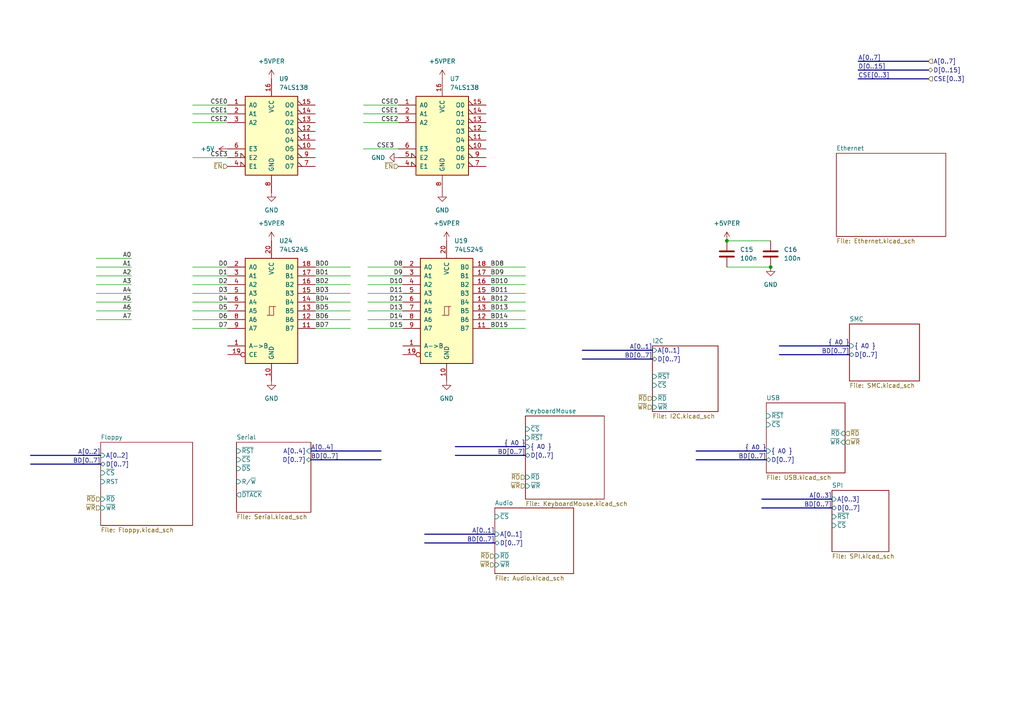
<source format=kicad_sch>
(kicad_sch (version 20230121) (generator eeschema)
  (paper "A4")
  (lib_symbols
    (symbol "74xx:74LS138" (pin_names (offset 1.016))
      (property "Reference" "U" (at -7.62 11.43 0))
      (property "Value" "74LS138" (at -7.62 -13.97 0))
      (symbol "74LS138_1_0"
        (pin input line (at -12.7 7.62 0) (length 5.08) (name "A0") (number "1"))
        (pin output output_low (at 12.7 -5.08 180) (length 5.08) (name "O5") (number "10"))
        (pin output output_low (at 12.7 -2.54 180) (length 5.08) (name "O4") (number "11"))
        (pin output output_low (at 12.7 0 180) (length 5.08) (name "O3") (number "12"))
        (pin output output_low (at 12.7 2.54 180) (length 5.08) (name "O2") (number "13"))
        (pin output output_low (at 12.7 5.08 180) (length 5.08) (name "O1") (number "14"))
        (pin output output_low (at 12.7 7.62 180) (length 5.08) (name "O0") (number "15"))
        (pin power_in line (at 0 15.24 270) (length 5.08) (name "VCC") (number "16"))
        (pin input line (at -12.7 5.08 0) (length 5.08) (name "A1") (number "2"))
        (pin input line (at -12.7 2.54 0) (length 5.08) (name "A2") (number "3"))
        (pin input input_low (at -12.7 -10.16 0) (length 5.08) (name "E1") (number "4"))
        (pin input input_low (at -12.7 -7.62 0) (length 5.08) (name "E2") (number "5"))
        (pin input line (at -12.7 -5.08 0) (length 5.08) (name "E3") (number "6"))
        (pin output output_low (at 12.7 -10.16 180) (length 5.08) (name "O7") (number "7"))
        (pin power_in line (at 0 -17.78 90) (length 5.08) (name "GND") (number "8"))
        (pin output output_low (at 12.7 -7.62 180) (length 5.08) (name "O6") (number "9"))
      )
      (symbol "74LS138_1_1"
        (rectangle (start -7.62 10.16) (end 7.62 -12.7) (stroke (width 0.254)) (fill (type background)))
      )
    )
    (symbol "74xx:74LS245" (pin_names (offset 1.016))
      (property "Reference" "U" (at -7.62 16.51 0))
      (property "Value" "74LS245" (at -7.62 -16.51 0))
      (symbol "74LS245_1_0"
        (polyline (pts (xy -0.635 -1.27) (xy -0.635 1.27) (xy 0.635 1.27)))
        (polyline (pts (xy -1.27 -1.27) (xy 0.635 -1.27) (xy 0.635 1.27) (xy 1.27 1.27)))
        (pin input line (at -12.7 -10.16 0) (length 5.08) (name "A->B") (number "1"))
        (pin power_in line (at 0 -20.32 90) (length 5.08) (name "GND") (number "10"))
        (pin tri_state line (at 12.7 -5.08 180) (length 5.08) (name "B7") (number "11"))
        (pin tri_state line (at 12.7 -2.54 180) (length 5.08) (name "B6") (number "12"))
        (pin tri_state line (at 12.7 0 180) (length 5.08) (name "B5") (number "13"))
        (pin tri_state line (at 12.7 2.54 180) (length 5.08) (name "B4") (number "14"))
        (pin tri_state line (at 12.7 5.08 180) (length 5.08) (name "B3") (number "15"))
        (pin tri_state line (at 12.7 7.62 180) (length 5.08) (name "B2") (number "16"))
        (pin tri_state line (at 12.7 10.16 180) (length 5.08) (name "B1") (number "17"))
        (pin tri_state line (at 12.7 12.7 180) (length 5.08) (name "B0") (number "18"))
        (pin input inverted (at -12.7 -12.7 0) (length 5.08) (name "CE") (number "19"))
        (pin tri_state line (at -12.7 12.7 0) (length 5.08) (name "A0") (number "2"))
        (pin power_in line (at 0 20.32 270) (length 5.08) (name "VCC") (number "20"))
        (pin tri_state line (at -12.7 10.16 0) (length 5.08) (name "A1") (number "3"))
        (pin tri_state line (at -12.7 7.62 0) (length 5.08) (name "A2") (number "4"))
        (pin tri_state line (at -12.7 5.08 0) (length 5.08) (name "A3") (number "5"))
        (pin tri_state line (at -12.7 2.54 0) (length 5.08) (name "A4") (number "6"))
        (pin tri_state line (at -12.7 0 0) (length 5.08) (name "A5") (number "7"))
        (pin tri_state line (at -12.7 -2.54 0) (length 5.08) (name "A6") (number "8"))
        (pin tri_state line (at -12.7 -5.08 0) (length 5.08) (name "A7") (number "9"))
      )
      (symbol "74LS245_1_1"
        (rectangle (start -7.62 15.24) (end 7.62 -15.24) (stroke (width 0.254)) (fill (type background)))
      )
    )
    (symbol "Device:C" (pin_numbers hide) (pin_names (offset 0.254))
      (property "Reference" "C" (at 0.635 2.54 0))
      (property "Value" "C" (at 0.635 -2.54 0))
      (symbol "C_0_1"
        (polyline (pts (xy -2.032 -0.762) (xy 2.032 -0.762)) (stroke (width 0.508)))
        (polyline (pts (xy -2.032 0.762) (xy 2.032 0.762)) (stroke (width 0.508)))
      )
      (symbol "C_1_1"
        (pin passive line (at 0 3.81 270) (length 2.794) (name "~") (number "1"))
        (pin passive line (at 0 -3.81 90) (length 2.794) (name "~") (number "2"))
      )
    )
    (symbol "m68k-hbc-pwr:+5VPER" (power) (in_bom no) (on_board no)
      (property "Value" "+5VPER" (at 0 3.81 0))
      (symbol "+5VPER_0_1"
        (polyline (pts (xy -0.762 1.27) (xy 0 2.54)))
        (polyline (pts (xy 0 0) (xy 0 2.54)))
        (polyline (pts (xy 0 2.54) (xy 0.762 1.27)))
      )
      (symbol "+5VPER_1_1"
        (pin power_in line (at 0 0 90) (length 0) hide (name "+5VPER") (number "1"))
      )
    )
    (symbol "power:+5V" (power) (pin_names (offset 0))
      (property "Value" "+5V" (at 0 3.556 0))
      (symbol "+5V_0_1"
        (polyline (pts (xy -0.762 1.27) (xy 0 2.54)))
        (polyline (pts (xy 0 0) (xy 0 2.54)))
        (polyline (pts (xy 0 2.54) (xy 0.762 1.27)))
      )
      (symbol "+5V_1_1"
        (pin power_in line (at 0 0 90) (length 0) hide (name "+5V") (number "1"))
      )
    )
    (symbol "power:GND" (power) (pin_names (offset 0))
      (property "Value" "GND" (at 0 -3.81 0))
      (symbol "GND_0_1"
        (polyline (pts (xy 0 0) (xy 0 -1.27) (xy 1.27 -1.27) (xy 0 -2.54) (xy -1.27 -1.27) (xy 0 -1.27)))
      )
      (symbol "GND_1_1"
        (pin power_in line (at 0 0 270) (length 0) hide (name "GND") (number "1"))
      )
    )
  )
  (junction (at 210.82 69.85))
  (junction (at 223.52 77.47))
  (wire (pts (xy 101.6 87.63) (xy 91.44 87.63)))
  (wire (pts (xy 55.88 87.63) (xy 66.04 87.63)))
  (wire (pts (xy 106.68 85.09) (xy 116.84 85.09)))
  (wire (pts (xy 55.88 33.02) (xy 66.04 33.02)))
  (wire (pts (xy 152.4 80.01) (xy 142.24 80.01)))
  (wire (pts (xy 152.4 95.25) (xy 142.24 95.25)))
  (wire (pts (xy 105.41 43.18) (xy 115.57 43.18)))
  (wire (pts (xy 27.94 85.09) (xy 38.1 85.09)))
  (wire (pts (xy 105.41 35.56) (xy 115.57 35.56)))
  (bus (pts (xy 29.21 132.08) (xy 8.89 132.08)))
  (wire (pts (xy 55.88 82.55) (xy 66.04 82.55)))
  (wire (pts (xy 101.6 77.47) (xy 91.44 77.47)))
  (wire (pts (xy 27.94 82.55) (xy 38.1 82.55)))
  (wire (pts (xy 152.4 82.55) (xy 142.24 82.55)))
  (wire (pts (xy 55.88 95.25) (xy 66.04 95.25)))
  (bus (pts (xy 246.38 100.33) (xy 226.06 100.33)))
  (wire (pts (xy 27.94 90.17) (xy 38.1 90.17)))
  (wire (pts (xy 152.4 85.09) (xy 142.24 85.09)))
  (bus (pts (xy 90.17 133.35) (xy 110.49 133.35)))
  (bus (pts (xy 248.92 20.32) (xy 269.24 20.32)))
  (bus (pts (xy 248.92 17.78) (xy 269.24 17.78)))
  (bus (pts (xy 152.4 129.54) (xy 132.08 129.54)))
  (wire (pts (xy 106.68 92.71) (xy 116.84 92.71)))
  (wire (pts (xy 106.68 80.01) (xy 116.84 80.01)))
  (wire (pts (xy 55.88 30.48) (xy 66.04 30.48)))
  (wire (pts (xy 55.88 90.17) (xy 66.04 90.17)))
  (wire (pts (xy 105.41 30.48) (xy 115.57 30.48)))
  (bus (pts (xy 143.51 154.94) (xy 123.19 154.94)))
  (wire (pts (xy 223.52 77.47) (xy 210.82 77.47)))
  (bus (pts (xy 189.23 104.14) (xy 168.91 104.14)))
  (wire (pts (xy 101.6 92.71) (xy 91.44 92.71)))
  (wire (pts (xy 106.68 82.55) (xy 116.84 82.55)))
  (bus (pts (xy 241.3 144.78) (xy 220.98 144.78)))
  (wire (pts (xy 27.94 92.71) (xy 38.1 92.71)))
  (wire (pts (xy 55.88 35.56) (xy 66.04 35.56)))
  (bus (pts (xy 152.4 132.08) (xy 132.08 132.08)))
  (wire (pts (xy 27.94 77.47) (xy 38.1 77.47)))
  (wire (pts (xy 55.88 85.09) (xy 66.04 85.09)))
  (wire (pts (xy 101.6 82.55) (xy 91.44 82.55)))
  (wire (pts (xy 101.6 95.25) (xy 91.44 95.25)))
  (bus (pts (xy 241.3 147.32) (xy 220.98 147.32)))
  (wire (pts (xy 55.88 45.72) (xy 66.04 45.72)))
  (wire (pts (xy 105.41 33.02) (xy 115.57 33.02)))
  (wire (pts (xy 55.88 92.71) (xy 66.04 92.71)))
  (wire (pts (xy 55.88 77.47) (xy 66.04 77.47)))
  (wire (pts (xy 101.6 80.01) (xy 91.44 80.01)))
  (bus (pts (xy 246.38 102.87) (xy 226.06 102.87)))
  (bus (pts (xy 222.25 130.81) (xy 201.93 130.81)))
  (wire (pts (xy 106.68 77.47) (xy 116.84 77.47)))
  (bus (pts (xy 222.25 133.35) (xy 201.93 133.35)))
  (wire (pts (xy 152.4 92.71) (xy 142.24 92.71)))
  (wire (pts (xy 27.94 80.01) (xy 38.1 80.01)))
  (wire (pts (xy 106.68 95.25) (xy 116.84 95.25)))
  (bus (pts (xy 90.17 130.81) (xy 110.49 130.81)))
  (bus (pts (xy 248.92 22.86) (xy 269.24 22.86)))
  (wire (pts (xy 210.82 69.85) (xy 223.52 69.85)))
  (bus (pts (xy 143.51 157.48) (xy 123.19 157.48)))
  (wire (pts (xy 106.68 87.63) (xy 116.84 87.63)))
  (bus (pts (xy 29.21 134.62) (xy 8.89 134.62)))
  (bus (pts (xy 189.23 101.6) (xy 168.91 101.6)))
  (wire (pts (xy 152.4 90.17) (xy 142.24 90.17)))
  (wire (pts (xy 152.4 77.47) (xy 142.24 77.47)))
  (wire (pts (xy 55.88 80.01) (xy 66.04 80.01)))
  (wire (pts (xy 106.68 90.17) (xy 116.84 90.17)))
  (wire (pts (xy 27.94 87.63) (xy 38.1 87.63)))
  (wire (pts (xy 101.6 90.17) (xy 91.44 90.17)))
  (wire (pts (xy 27.94 74.93) (xy 38.1 74.93)))
  (wire (pts (xy 101.6 85.09) (xy 91.44 85.09)))
  (wire (pts (xy 152.4 87.63) (xy 142.24 87.63)))
  (label "CSE0" (at 115.57 30.48 180))
  (label "BD[0..7]" (at 189.23 104.14 180))
  (label "BD9" (at 142.24 80.01 0))
  (label "BD4" (at 91.44 87.63 0))
  (label "CSE[0..3]" (at 248.92 22.86 0))
  (label "BD[0..7]" (at 90.17 133.35 0))
  (label "A[0..7]" (at 248.92 17.78 0))
  (label "A[0..1]" (at 143.51 154.94 180))
  (label "BD[0..7]" (at 29.21 134.62 180))
  (label "A[0..1]" (at 189.23 101.6 180))
  (label "D3" (at 66.04 85.09 180))
  (label "A2" (at 38.1 80.01 180))
  (label "A1" (at 38.1 77.47 180))
  (label "D5" (at 66.04 90.17 180))
  (label "D6" (at 66.04 92.71 180))
  (label "BD[0..7]" (at 152.4 132.08 180))
  (label "CSE1" (at 115.57 33.02 180))
  (label "D15" (at 116.84 95.25 180))
  (label "BD[0..7]" (at 143.51 157.48 180))
  (label "BD11" (at 142.24 85.09 0))
  (label "A[0..2]" (at 29.21 132.08 180))
  (label "BD7" (at 91.44 95.25 0))
  (label "CSE2" (at 66.04 35.56 180))
  (label "BD2" (at 91.44 82.55 0))
  (label "A[0..3]" (at 241.3 144.78 180))
  (label "BD15" (at 142.24 95.25 0))
  (label "{ A0 }" (at 222.25 130.81 180))
  (label "BD[0..7]" (at 241.3 147.32 180))
  (label "A4" (at 38.1 85.09 180))
  (label "BD12" (at 142.24 87.63 0))
  (label "BD3" (at 91.44 85.09 0))
  (label "D1" (at 66.04 80.01 180))
  (label "BD8" (at 142.24 77.47 0))
  (label "CSE2" (at 115.57 35.56 180))
  (label "D8" (at 116.84 77.47 180))
  (label "A6" (at 38.1 90.17 180))
  (label "BD6" (at 91.44 92.71 0))
  (label "{ A0 }" (at 152.4 129.54 180))
  (label "D13" (at 116.84 90.17 180))
  (label "BD13" (at 142.24 90.17 0))
  (label "A3" (at 38.1 82.55 180))
  (label "CSE1" (at 66.04 33.02 180))
  (label "BD[0..7]" (at 246.38 102.87 180))
  (label "D2" (at 66.04 82.55 180))
  (label "D12" (at 116.84 87.63 180))
  (label "CSE3" (at 114.3 43.18 180))
  (label "BD10" (at 142.24 82.55 0))
  (label "A[0..4]" (at 90.17 130.81 0))
  (label "D9" (at 116.84 80.01 180))
  (label "BD5" (at 91.44 90.17 0))
  (label "D[0..15]" (at 248.92 20.32 0))
  (label "A7" (at 38.1 92.71 180))
  (label "A5" (at 38.1 87.63 180))
  (label "D11" (at 116.84 85.09 180))
  (label "{ A0 }" (at 246.38 100.33 180))
  (label "CSE3" (at 66.04 45.72 180))
  (label "D10" (at 116.84 82.55 180))
  (label "BD14" (at 142.24 92.71 0))
  (label "CSE0" (at 66.04 30.48 180))
  (label "D14" (at 116.84 92.71 180))
  (label "A0" (at 38.1 74.93 180))
  (label "D7" (at 66.04 95.25 180))
  (label "BD[0..7]" (at 222.25 133.35 180))
  (label "D4" (at 66.04 87.63 180))
  (label "BD0" (at 91.44 77.47 0))
  (label "BD1" (at 91.44 80.01 0))
  (label "D0" (at 66.04 77.47 180))
  (hierarchical_label "~{EN}" (shape input) (at 115.57 48.26 180))
  (hierarchical_label "~{WR}" (shape input) (at 245.11 128.27 0))
  (hierarchical_label "CSE[0..3]" (shape input) (at 269.24 22.86 0))
  (hierarchical_label "D[0..15]" (shape bidirectional) (at 269.24 20.32 0))
  (hierarchical_label "A[0..7]" (shape input) (at 269.24 17.78 0))
  (hierarchical_label "~{WR}" (shape input) (at 152.4 140.97 180))
  (hierarchical_label "~{RD}" (shape input) (at 245.11 125.73 0))
  (hierarchical_label "~{WR}" (shape input) (at 143.51 163.83 180))
  (hierarchical_label "~{EN}" (shape input) (at 66.04 48.26 180))
  (hierarchical_label "~{RD}" (shape input) (at 143.51 161.29 180))
  (hierarchical_label "~{WR}" (shape input) (at 29.21 147.32 180))
  (hierarchical_label "~{RD}" (shape input) (at 29.21 144.78 180))
  (hierarchical_label "~{RD}" (shape input) (at 152.4 138.43 180))
  (hierarchical_label "~{RD}" (shape input) (at 189.23 115.57 180))
  (hierarchical_label "~{WR}" (shape input) (at 189.23 118.11 180))
  (symbol (lib_id "m68k-hbc-pwr:+5VPER") (at 129.54 69.85 0) (unit 1) (in_bom no) (on_board no)
    (property "Reference" "#PWR0116" (effects hide))
    (property "Value" "+5VPER" (at 129.54 64.77 0))
  )
  (symbol (lib_id "74xx:74LS138") (at 78.74 38.1 0) (unit 1)
    (property "Reference" "U9" (at 80.9341 22.86 0) (effects (justify left)))
    (property "Value" "74LS138" (at 80.9341 25.4 0) (effects (justify left)))
    (property "Footprint" "Package_DIP:DIP-16_W7.62mm_Socket" (effects hide))
    (property "Datasheet" "http://www.ti.com/lit/gpn/sn74LS138" (effects hide))
  )
  (symbol (lib_id "power:GND") (at 78.74 110.49 0) (unit 1)
    (property "Reference" "#PWR0119" (effects hide))
    (property "Value" "GND" (at 78.74 115.57 0))
  )
  (symbol (lib_id "power:GND") (at 115.57 45.72 270) (unit 1)
    (property "Reference" "#PWR070" (effects hide))
    (property "Value" "GND" (at 111.76 45.72 90) (effects (justify right)))
  )
  (symbol (lib_id "power:+5V") (at 66.04 43.18 90) (unit 1)
    (property "Reference" "#PWR071" (effects hide))
    (property "Value" "+5V" (at 62.23 43.18 90) (effects (justify left)))
  )
  (symbol (lib_id "74xx:74LS138") (at 128.27 38.1 0) (unit 1)
    (property "Reference" "U7" (at 130.4641 22.86 0) (effects (justify left)))
    (property "Value" "74LS138" (at 130.4641 25.4 0) (effects (justify left)))
    (property "Footprint" "Package_DIP:DIP-16_W7.62mm_Socket" (effects hide))
    (property "Datasheet" "http://www.ti.com/lit/gpn/sn74LS138" (effects hide))
  )
  (symbol (lib_id "power:GND") (at 129.54 110.49 0) (unit 1)
    (property "Reference" "#PWR0117" (effects hide))
    (property "Value" "GND" (at 129.54 115.57 0))
  )
  (symbol (lib_id "74xx:74LS245") (at 129.54 90.17 0) (unit 1)
    (property "Reference" "U19" (at 131.7341 69.85 0) (effects (justify left)))
    (property "Value" "74LS245" (at 131.7341 72.39 0) (effects (justify left)))
    (property "Footprint" "Package_SO:SOIC-20W_7.5x12.8mm_P1.27mm" (effects hide))
    (property "Datasheet" "http://www.ti.com/lit/gpn/sn74LS245" (effects hide))
  )
  (symbol (lib_id "power:GND") (at 78.74 55.88 0) (unit 1)
    (property "Reference" "#PWR072" (effects hide))
    (property "Value" "GND" (at 78.74 60.96 0))
  )
  (symbol (lib_id "power:GND") (at 223.52 77.47 0) (unit 1)
    (property "Reference" "#PWR018" (effects hide))
    (property "Value" "GND" (at 223.52 82.55 0))
    (instances (project "m68k-hbc" (path "" (reference "#PWR018") (unit 1)) (path "" (reference "#PWR075") (unit 1))))
  )
  (symbol (lib_id "Device:C") (at 223.52 73.66 0) (unit 1)
    (property "Reference" "C16" (at 227.33 72.39 0) (effects (justify left)))
    (property "Value" "100n" (at 227.33 74.93 0) (effects (justify left)))
    (property "Footprint" "Capacitor_THT:C_Disc_D6.0mm_W2.5mm_P5.00mm" (effects hide))
    (instances (project "m68k-hbc" (path "" (reference "C16") (unit 1)) (path "" (reference "C19") (unit 1)) (path "" (reference "C21") (unit 1))))
  )
  (symbol (lib_id "Device:C") (at 210.82 73.66 0) (unit 1)
    (property "Reference" "C15" (at 214.63 72.39 0) (effects (justify left)))
    (property "Value" "100n" (at 214.63 74.93 0) (effects (justify left)))
    (property "Footprint" "Capacitor_THT:C_Disc_D6.0mm_W2.5mm_P5.00mm" (effects hide))
    (instances (project "m68k-hbc" (path "" (reference "C15") (unit 1)) (path "" (reference "C18") (unit 1)) (path "" (reference "C20") (unit 1))))
  )
  (symbol (lib_id "m68k-hbc-pwr:+5VPER") (at 78.74 69.85 0) (unit 1) (in_bom no) (on_board no)
    (property "Reference" "#PWR0118" (effects hide))
    (property "Value" "+5VPER" (at 78.74 64.77 0))
  )
  (symbol (lib_id "74xx:74LS245") (at 78.74 90.17 0) (unit 1)
    (property "Reference" "U24" (at 80.9341 69.85 0) (effects (justify left)))
    (property "Value" "74LS245" (at 80.9341 72.39 0) (effects (justify left)))
    (property "Footprint" "Package_SO:SOIC-20W_7.5x12.8mm_P1.27mm" (effects hide))
    (property "Datasheet" "http://www.ti.com/lit/gpn/sn74LS245" (effects hide))
  )
  (symbol (lib_id "power:GND") (at 128.27 55.88 0) (unit 1)
    (property "Reference" "#PWR073" (effects hide))
    (property "Value" "GND" (at 128.27 60.96 0))
  )
  (symbol (lib_id "m68k-hbc-pwr:+5VPER") (at 128.27 22.86 0) (unit 1) (in_bom no) (on_board no)
    (property "Reference" "#PWR076" (effects hide))
    (property "Value" "+5VPER" (at 128.27 17.78 0))
  )
  (symbol (lib_id "m68k-hbc-pwr:+5VPER") (at 78.74 22.86 0) (unit 1) (in_bom no) (on_board no)
    (property "Reference" "#PWR074" (effects hide))
    (property "Value" "+5VPER" (at 78.74 17.78 0))
  )
  (symbol (lib_id "m68k-hbc-pwr:+5VPER") (at 210.82 69.85 0) (unit 1) (in_bom no) (on_board no)
    (property "Reference" "#PWR077" (effects hide))
    (property "Value" "+5VPER" (at 210.82 64.77 0))
  )
  (sheet (at 152.4 120.65) (size 22.86 24.13) (stroke (width 0.1524))
    (property "Sheetname" "KeyboardMouse" (at 152.4 119.9384 0) (effects (justify left bottom)))
    (property "Sheetfile" "KeyboardMouse.kicad_sch" (at 152.4 145.3646 0) (effects (justify left top)))
    (pin "~{CS}" input (at 152.4 124.46 180))
    (pin "~{RST}" input (at 152.4 127 180))
    (pin "D[0..7]" bidirectional (at 152.4 132.08 180))
    (pin "{ A0 }" input (at 152.4 129.54 180))
    (pin "~{WR}" input (at 152.4 140.97 180))
    (pin "~{RD}" input (at 152.4 138.43 180))
  )
  (sheet (at 241.3 142.24) (size 16.51 17.78) (stroke (width 0.1524))
    (property "Sheetname" "SPI" (at 241.3 141.5284 0) (effects (justify left bottom)))
    (property "Sheetfile" "SPI.kicad_sch" (at 241.3 160.6046 0) (effects (justify left top)))
    (pin "A[0..3]" input (at 241.3 144.78 180))
    (pin "D[0..7]" bidirectional (at 241.3 147.32 180))
    (pin "~{RST}" input (at 241.3 149.86 180))
    (pin "~{CS}" input (at 241.3 152.4 180))
  )
  (sheet (at 189.23 100.33) (size 19.05 19.05) (stroke (width 0.1524))
    (property "Sheetname" "I2C" (at 189.23 99.6184 0) (effects (justify left bottom)))
    (property "Sheetfile" "I2C.kicad_sch" (at 189.23 119.9646 0) (effects (justify left top)))
    (pin "D[0..7]" bidirectional (at 189.23 104.14 180))
    (pin "A[0..1]" input (at 189.23 101.6 180))
    (pin "~{RST}" input (at 189.23 109.22 180))
    (pin "~{CS}" input (at 189.23 111.76 180))
    (pin "~{WR}" input (at 189.23 118.11 180))
    (pin "~{RD}" input (at 189.23 115.57 180))
  )
  (sheet (at 29.21 128.27) (size 26.67 24.13) (stroke (width 0.1524))
    (property "Sheetname" "Floppy" (at 29.21 127.5584 0) (effects (justify left bottom)))
    (property "Sheetfile" "Floppy.kicad_sch" (at 29.21 152.9846 0) (effects (justify left top)))
    (pin "A[0..2]" input (at 29.21 132.08 180))
    (pin "D[0..7]" bidirectional (at 29.21 134.62 180))
    (pin "~{CS}" input (at 29.21 137.16 180))
    (pin "RST" input (at 29.21 139.7 180))
    (pin "~{RD}" input (at 29.21 144.78 180))
    (pin "~{WR}" input (at 29.21 147.32 180))
  )
  (sheet (at 222.25 116.84) (size 22.86 20.32) (stroke (width 0.1524))
    (property "Sheetname" "USB" (at 222.25 116.1284 0) (effects (justify left bottom)))
    (property "Sheetfile" "USB.kicad_sch" (at 222.25 137.7446 0) (effects (justify left top)))
    (pin "D[0..7]" bidirectional (at 222.25 133.35 180))
    (pin "{ A0 }" input (at 222.25 130.81 180))
    (pin "~{RST}" input (at 222.25 120.65 180))
    (pin "~{CS}" input (at 222.25 123.19 180))
    (pin "~{RD}" input (at 245.11 125.73 0))
    (pin "~{WR}" input (at 245.11 128.27 0))
  )
  (sheet (at 68.58 128.27) (size 21.59 20.32) (stroke (width 0.1524))
    (property "Sheetname" "Serial" (at 68.58 127.5584 0) (effects (justify left bottom)))
    (property "Sheetfile" "Serial.kicad_sch" (at 68.58 149.1746 0) (effects (justify left top)))
    (pin "~{RST}" input (at 68.58 130.81 180))
    (pin "~{CS}" input (at 68.58 133.35 180))
    (pin "~{DS}" input (at 68.58 135.89 180))
    (pin "R{slash}~{W}" input (at 68.58 139.7 180))
    (pin "~{DTACK}" output (at 68.58 143.51 180))
    (pin "D[0..7]" bidirectional (at 90.17 133.35 0))
    (pin "A[0..4]" input (at 90.17 130.81 0))
  )
  (sheet (at 242.57 44.45) (size 31.75 24.13) (stroke (width 0.1524))
    (property "Sheetname" "Ethernet" (at 242.57 43.7384 0) (effects (justify left bottom)))
    (property "Sheetfile" "Ethernet.kicad_sch" (at 242.57 69.1646 0) (effects (justify left top)))
  )
  (sheet (at 246.38 93.98) (size 20.32 16.51) (stroke (width 0.1524))
    (property "Sheetname" "SMC" (at 246.38 93.2684 0) (effects (justify left bottom)))
    (property "Sheetfile" "SMC.kicad_sch" (at 246.38 111.0746 0) (effects (justify left top)))
    (pin "D[0..7]" bidirectional (at 246.38 102.87 180))
    (pin "{ A0 }" input (at 246.38 100.33 180))
  )
  (sheet (at 143.51 147.32) (size 22.86 19.05) (stroke (width 0.1524))
    (property "Sheetname" "Audio" (at 143.51 146.6084 0) (effects (justify left bottom)))
    (property "Sheetfile" "Audio.kicad_sch" (at 143.51 166.9546 0) (effects (justify left top)))
    (pin "~{CS}" input (at 143.51 149.86 180))
    (pin "D[0..7]" bidirectional (at 143.51 157.48 180))
    (pin "A[0..1]" input (at 143.51 154.94 180))
    (pin "~{RD}" input (at 143.51 161.29 180))
    (pin "~{WR}" input (at 143.51 163.83 180))
  )
)
</source>
